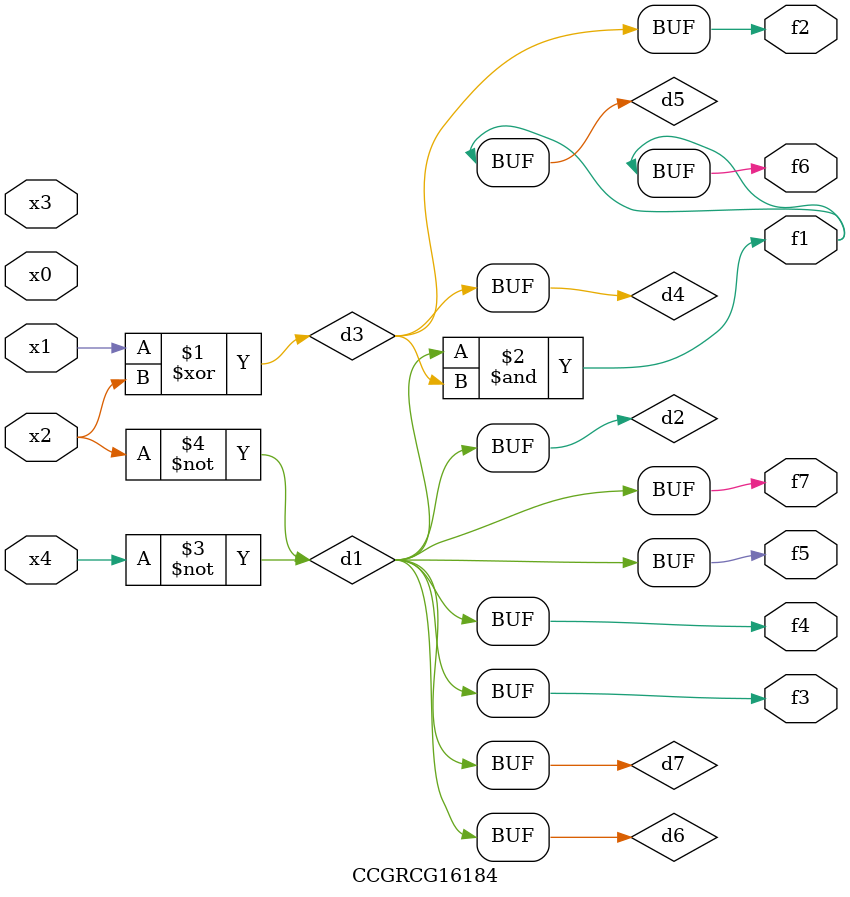
<source format=v>
module CCGRCG16184(
	input x0, x1, x2, x3, x4,
	output f1, f2, f3, f4, f5, f6, f7
);

	wire d1, d2, d3, d4, d5, d6, d7;

	not (d1, x4);
	not (d2, x2);
	xor (d3, x1, x2);
	buf (d4, d3);
	and (d5, d1, d3);
	buf (d6, d1, d2);
	buf (d7, d2);
	assign f1 = d5;
	assign f2 = d4;
	assign f3 = d7;
	assign f4 = d7;
	assign f5 = d7;
	assign f6 = d5;
	assign f7 = d7;
endmodule

</source>
